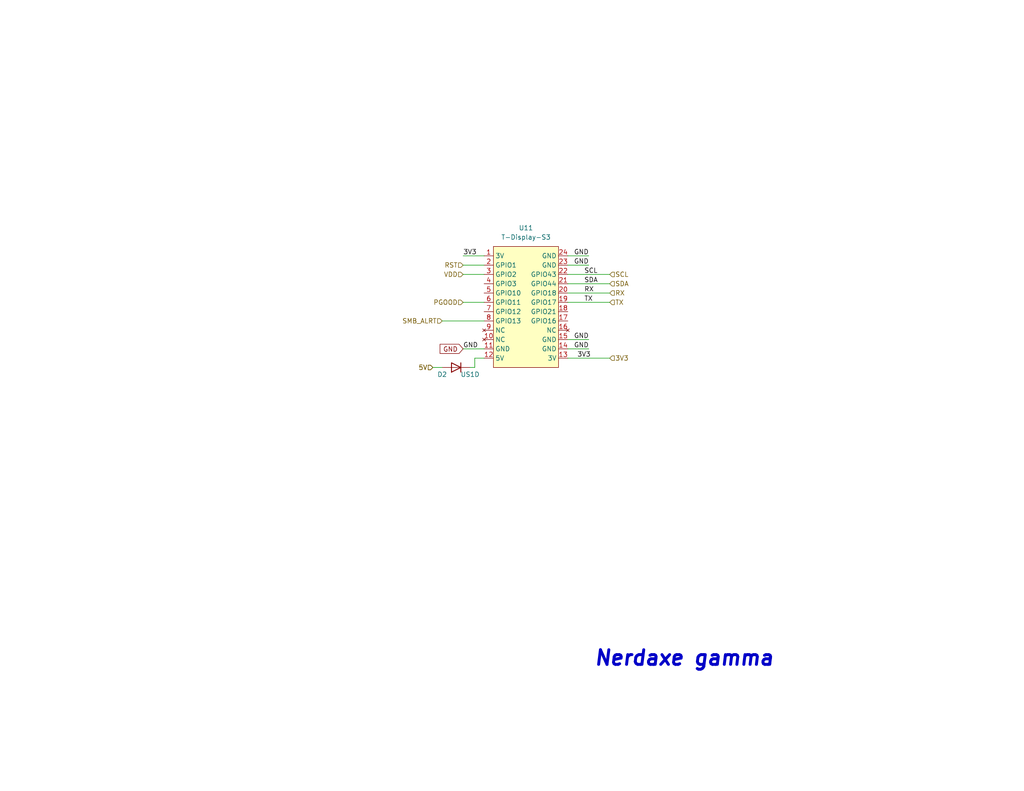
<source format=kicad_sch>
(kicad_sch (version 20231120) (generator "eeschema") (generator_version "8.0")
  (paper "A")
  (title_block (title "bitaxeGamma") (date "2024-08-16") (rev "600"))
  (lib_symbols
    (symbol "Diode:US1D" (pin_numbers hide) (pin_names hide)
      (property "Reference" "D" (at 0 2.54 0))
      (property "Value" "US1D" (at 0 -2.54 0))
      (symbol "US1D_0_1"
        (polyline (pts (xy -1.27 1.27) (xy -1.27 -1.27)) (stroke (width 0.254)))
        (polyline (pts (xy 1.27 0) (xy -1.27 0)))
        (polyline (pts (xy 1.27 1.27) (xy 1.27 -1.27) (xy -1.27 0) (xy 1.27 1.27)) (stroke (width 0.254)))
      )
      (symbol "US1D_1_1"
        (pin passive line (at -3.81 0 0) (length 2.54) (name "K") (number "1"))
        (pin passive line (at 3.81 0 180) (length 2.54) (name "A") (number "2"))
      )
    )
    (symbol "bitaxe:T-Display-S3"
      (property "Reference" "U" (at -21.59 -1.27 0))
      (property "Value" "T-Display-S3" (at -11.43 -36.83 0))
      (symbol "T-Display-S3_1_0"
        (pin power_in line (at -25.4 -5.08 0) (length 2.54) (name "3V") (number "1"))
        (pin no_connect line (at -25.4 -27.94 0) (length 2.54) (name "NC") (number "10"))
        (pin power_in line (at -25.4 -30.48 0) (length 2.54) (name "GND") (number "11"))
        (pin power_in line (at -25.4 -33.02 0) (length 2.54) (name "5V") (number "12"))
        (pin power_in line (at -2.54 -33.02 180) (length 2.54) (name "3V") (number "13"))
        (pin power_in line (at -2.54 -30.48 180) (length 2.54) (name "GND") (number "14"))
        (pin power_in line (at -2.54 -27.94 180) (length 2.54) (name "GND") (number "15"))
        (pin no_connect line (at -2.54 -25.4 180) (length 2.54) (name "NC") (number "16"))
        (pin bidirectional line (at -2.54 -22.86 180) (length 2.54) (name "GPIO16") (number "17"))
        (pin bidirectional line (at -2.54 -20.32 180) (length 2.54) (name "GPIO21") (number "18"))
        (pin bidirectional line (at -2.54 -17.78 180) (length 2.54) (name "GPIO17") (number "19"))
        (pin bidirectional line (at -25.4 -7.62 0) (length 2.54) (name "GPIO1") (number "2"))
        (pin bidirectional line (at -2.54 -15.24 180) (length 2.54) (name "GPIO18") (number "20"))
        (pin bidirectional line (at -25.4 -10.16 0) (length 2.54) (name "GPIO2") (number "3"))
        (pin bidirectional line (at -25.4 -12.7 0) (length 2.54) (name "GPIO3") (number "4"))
        (pin bidirectional line (at -25.4 -15.24 0) (length 2.54) (name "GPIO10") (number "5"))
        (pin input line (at -25.4 -17.78 0) (length 2.54) (name "GPIO11") (number "6"))
        (pin bidirectional line (at -25.4 -20.32 0) (length 2.54) (name "GPIO12") (number "7"))
        (pin bidirectional line (at -25.4 -22.86 0) (length 2.54) (name "GPIO13") (number "8"))
        (pin no_connect line (at -25.4 -25.4 0) (length 2.54) (name "NC") (number "9"))
      )
      (symbol "T-Display-S3_1_1"
        (rectangle (start -22.86 -2.54) (end -5.08 -35.56) (fill (type background)))
        (pin bidirectional line (at -2.54 -12.7 180) (length 2.54) (name "GPIO44") (number "21"))
        (pin bidirectional line (at -2.54 -10.16 180) (length 2.54) (name "GPIO43") (number "22"))
        (pin power_in line (at -2.54 -7.62 180) (length 2.54) (name "GND") (number "23"))
        (pin power_in line (at -2.54 -5.08 180) (length 2.54) (name "GND") (number "24"))
      )
    )
  )
  (wire (pts (xy 154.94 82.55) (xy 166.37 82.55)))
  (wire (pts (xy 154.94 74.93) (xy 166.37 74.93)))
  (wire (pts (xy 120.65 87.63) (xy 132.08 87.63)))
  (wire (pts (xy 126.365 69.85) (xy 132.08 69.85)))
  (wire (pts (xy 154.94 72.39) (xy 160.655 72.39)))
  (wire (pts (xy 126.365 82.55) (xy 132.08 82.55)))
  (wire (pts (xy 118.11 100.33) (xy 120.65 100.33)))
  (wire (pts (xy 154.94 80.01) (xy 166.37 80.01)))
  (wire (pts (xy 154.94 97.79) (xy 166.37 97.79)))
  (wire (pts (xy 132.08 95.25) (xy 126.365 95.25)))
  (wire (pts (xy 126.365 74.93) (xy 132.08 74.93)))
  (wire (pts (xy 129.54 100.33) (xy 129.54 97.79)))
  (wire (pts (xy 128.27 100.33) (xy 129.54 100.33)))
  (wire (pts (xy 154.94 69.85) (xy 160.655 69.85)))
  (wire (pts (xy 154.94 95.25) (xy 160.655 95.25)))
  (wire (pts (xy 129.54 97.79) (xy 132.08 97.79)))
  (wire (pts (xy 154.94 77.47) (xy 166.37 77.47)))
  (wire (pts (xy 126.365 72.39) (xy 132.08 72.39)))
  (wire (pts (xy 154.94 92.71) (xy 160.655 92.71)))
  (text "Nerdaxe gamma" (at 186.69 179.832 0) (effects (font (size 4 4) (thickness 0.8) (bold yes) (italic yes))))
  (label "3V3" (at 157.48 97.79 0))
  (label "GND" (at 160.655 95.25 180))
  (label "TX" (at 159.385 82.55 0))
  (label "3V3" (at 126.365 69.85 0))
  (label "GND" (at 160.655 92.71 180))
  (label "SDA" (at 159.385 77.47 0))
  (label "GND" (at 126.365 95.25 0))
  (label "GND" (at 160.655 69.85 180))
  (label "SCL" (at 159.385 74.93 0))
  (label "RX" (at 159.385 80.01 0))
  (label "GND" (at 160.655 72.39 180))
  (global_label "GND" (shape input) (at 126.365 95.25 180) (property "Intersheetrefs" "${INTERSHEET_REFS}" (effects (hide yes))))
  (hierarchical_label "VDD" (shape input) (at 126.365 74.93 180))
  (hierarchical_label "5V" (shape input) (at 118.11 100.33 180))
  (hierarchical_label "PGOOD" (shape input) (at 126.365 82.55 180))
  (hierarchical_label "TX" (shape input) (at 166.37 82.55 0))
  (hierarchical_label "SMB_ALRT" (shape input) (at 120.65 87.63 180))
  (hierarchical_label "SDA" (shape input) (at 166.37 77.47 0))
  (hierarchical_label "3V3" (shape input) (at 166.37 97.79 0))
  (hierarchical_label "SCL" (shape input) (at 166.37 74.93 0))
  (hierarchical_label "RX" (shape input) (at 166.37 80.01 0))
  (hierarchical_label "5V" (shape input) (at 118.11 100.33 180))
  (hierarchical_label "RST" (shape input) (at 126.365 72.39 180))
  (symbol (lib_id "Diode:US1D") (at 124.46 100.33 180) (unit 1)
    (property "Reference" "D2" (at 120.65 102.235 0))
    (property "Value" "US1D" (at 128.27 102.235 0))
    (property "Footprint" "Diode_SMD:D_SMA" (effects (hide yes)))
    (property "Datasheet" "https://www.diodes.com/assets/Datasheets/ds16008.pdf" (effects (hide yes)))
    (property "Sim.Device" "D" (effects (hide yes)))
    (property "Sim.Pins" "1=K 2=A" (effects (hide yes)))
  )
  (symbol (lib_id "bitaxe:T-Display-S3") (at 157.48 64.77 0) (unit 1)
    (property "Reference" "U11" (at 143.51 62.23 0))
    (property "Value" "T-Display-S3" (at 143.51 64.77 0))
    (property "Footprint" "bitaxe:T-Display-S3" (effects (hide yes)))
  )
)
</source>
